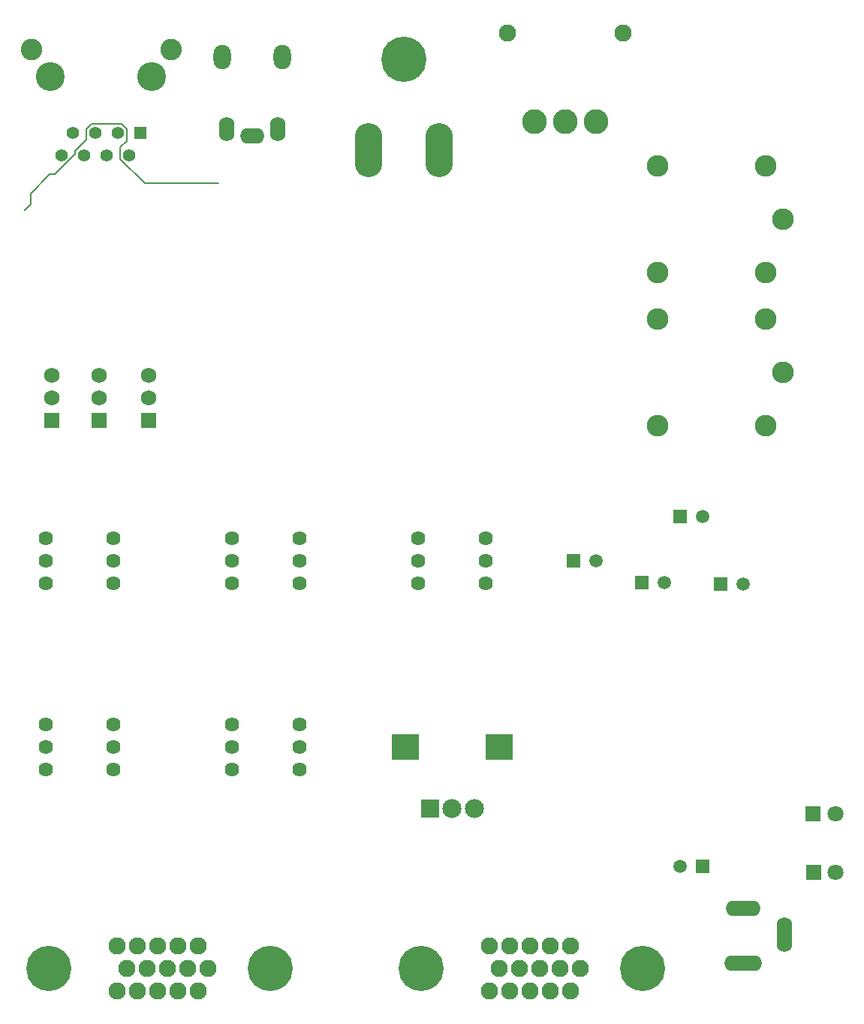
<source format=gbs>
G04*
G04 #@! TF.GenerationSoftware,Altium Limited,Altium Designer,23.10.1 (27)*
G04*
G04 Layer_Color=16711935*
%FSLAX25Y25*%
%MOIN*%
G70*
G04*
G04 #@! TF.SameCoordinates,25415466-D0CE-43B0-AC23-F92A6D1D0972*
G04*
G04*
G04 #@! TF.FilePolarity,Negative*
G04*
G01*
G75*
%ADD15C,0.00800*%
%ADD55C,0.07677*%
%ADD56C,0.11024*%
%ADD57C,0.20079*%
%ADD58O,0.12205X0.24016*%
%ADD59O,0.07677X0.10827*%
%ADD60O,0.06890X0.10827*%
%ADD61O,0.10827X0.06890*%
%ADD62C,0.00394*%
%ADD63C,0.05472*%
%ADD64R,0.05472X0.05472*%
%ADD65C,0.09528*%
%ADD66C,0.12795*%
%ADD67R,0.05906X0.05906*%
%ADD68C,0.05906*%
%ADD69C,0.09646*%
%ADD70R,0.07087X0.07087*%
%ADD71C,0.07087*%
%ADD72O,0.16929X0.06890*%
%ADD73O,0.15551X0.06890*%
%ADD74O,0.06890X0.15551*%
%ADD75C,0.06394*%
%ADD76R,0.12402X0.11614*%
%ADD77R,0.08465X0.08465*%
%ADD78C,0.08465*%
%ADD79R,0.06890X0.06890*%
%ADD80C,0.06890*%
D15*
X15000Y376000D02*
X15000Y376000D01*
X68205Y388000D02*
X101000D01*
X57430Y398775D02*
X68205Y388000D01*
X57430Y398775D02*
Y403969D01*
X60302Y406842D01*
Y412036D01*
X57997Y414342D02*
X60302Y412036D01*
X44736Y414342D02*
X57997D01*
X42430Y412036D02*
X44736Y414342D01*
X42430Y407430D02*
Y412036D01*
X37430Y402430D02*
X42430Y407430D01*
X37430Y400903D02*
Y402430D01*
X28446Y391919D02*
X37430Y400903D01*
X26120Y391919D02*
X28446D01*
X17568Y383367D02*
X26120Y391919D01*
X17568Y378568D02*
Y383367D01*
X15000Y376000D02*
X17568Y378568D01*
D55*
X280512Y454724D02*
D03*
X229331D02*
D03*
X69341Y39370D02*
D03*
X78337D02*
D03*
X87333D02*
D03*
X96329D02*
D03*
X55846Y49370D02*
D03*
X64843D02*
D03*
X60345Y39370D02*
D03*
X73839Y49370D02*
D03*
X82835D02*
D03*
X91831D02*
D03*
Y29370D02*
D03*
X82835D02*
D03*
X73839D02*
D03*
X55846D02*
D03*
X64843D02*
D03*
X234695Y39370D02*
D03*
X243691D02*
D03*
X252687D02*
D03*
X261683D02*
D03*
X221201Y49370D02*
D03*
X230197D02*
D03*
X225699Y39370D02*
D03*
X239193Y49370D02*
D03*
X248189D02*
D03*
X257185D02*
D03*
Y29370D02*
D03*
X248189D02*
D03*
X239193D02*
D03*
X221201D02*
D03*
X230197D02*
D03*
D56*
X254921Y415354D02*
D03*
X268701D02*
D03*
X241142D02*
D03*
D57*
X183315Y443016D02*
D03*
X123996Y39370D02*
D03*
X25610D02*
D03*
X289350Y39370D02*
D03*
X190965D02*
D03*
D58*
X167764Y402661D02*
D03*
X198866D02*
D03*
D59*
X102600Y444100D02*
D03*
X129400D02*
D03*
D60*
X104700Y412000D02*
D03*
X127300D02*
D03*
D61*
X116000Y408900D02*
D03*
D62*
Y422000D02*
D03*
Y449600D02*
D03*
D63*
X31366Y400406D02*
D03*
X36366Y410406D02*
D03*
X41366Y400406D02*
D03*
X46366Y410406D02*
D03*
X51366Y400406D02*
D03*
X56366Y410406D02*
D03*
X61366Y400406D02*
D03*
D64*
X66366Y410406D02*
D03*
D65*
X17862Y447413D02*
D03*
X79870D02*
D03*
D66*
X26366Y435406D02*
D03*
X71366D02*
D03*
D67*
X288976Y210630D02*
D03*
X324075Y210051D02*
D03*
X258780Y220472D02*
D03*
X306024Y240157D02*
D03*
X316024Y84646D02*
D03*
D68*
X298976Y210630D02*
D03*
X334075Y210051D02*
D03*
X268780Y220472D02*
D03*
X316024Y240157D02*
D03*
X306024Y84646D02*
D03*
D69*
X295866Y348417D02*
D03*
X351772Y372039D02*
D03*
X343898Y395661D02*
D03*
X295866D02*
D03*
X343898Y348417D02*
D03*
X295866Y280417D02*
D03*
X351772Y304039D02*
D03*
X343898Y327661D02*
D03*
X295866D02*
D03*
X343898Y280417D02*
D03*
D70*
X365157Y82000D02*
D03*
X365000Y108000D02*
D03*
D71*
X375000Y82000D02*
D03*
X374842Y108000D02*
D03*
D72*
X334000Y41591D02*
D03*
D73*
Y66000D02*
D03*
D74*
X352307Y54386D02*
D03*
D75*
X54370Y230472D02*
D03*
Y220472D02*
D03*
Y210472D02*
D03*
X24370D02*
D03*
Y230472D02*
D03*
Y220472D02*
D03*
X107047D02*
D03*
Y230472D02*
D03*
Y210472D02*
D03*
X137047D02*
D03*
Y220472D02*
D03*
Y230472D02*
D03*
X54370Y147795D02*
D03*
Y137795D02*
D03*
Y127795D02*
D03*
X24370D02*
D03*
Y147795D02*
D03*
Y137795D02*
D03*
X219724Y230472D02*
D03*
Y220472D02*
D03*
Y210472D02*
D03*
X189724D02*
D03*
Y230472D02*
D03*
Y220472D02*
D03*
X137047Y147795D02*
D03*
Y137795D02*
D03*
Y127795D02*
D03*
X107047D02*
D03*
Y147795D02*
D03*
Y137795D02*
D03*
D76*
X183858D02*
D03*
X225591D02*
D03*
D77*
X194882Y110236D02*
D03*
D78*
X214567D02*
D03*
X204724D02*
D03*
D79*
X26866Y282661D02*
D03*
X47866D02*
D03*
X69866D02*
D03*
D80*
X26866Y292661D02*
D03*
Y302661D02*
D03*
X47866Y292661D02*
D03*
Y302661D02*
D03*
X69866Y292661D02*
D03*
Y302661D02*
D03*
M02*

</source>
